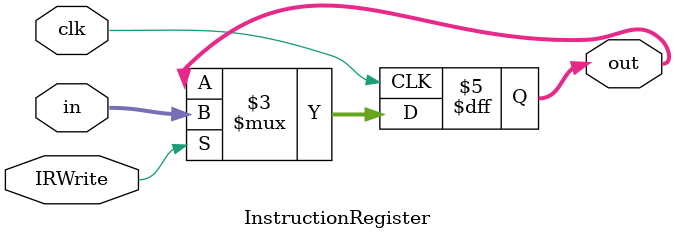
<source format=v>
module InstructionRegister(
    input clk,
    input [31:0] in,
    input IRWrite,
    output reg [31:0] out
);

always @(posedge clk) begin
    if(IRWrite) out <= in;
    else out <= out;
end

endmodule
</source>
